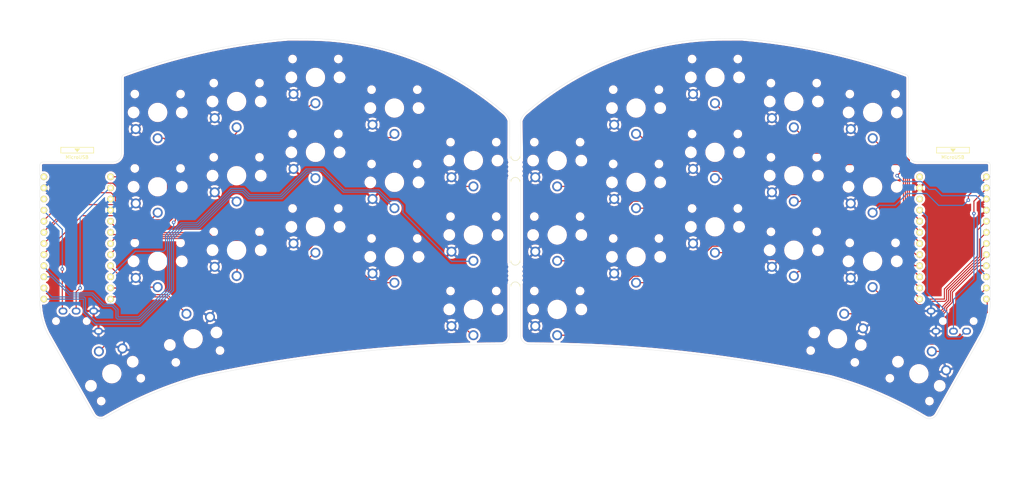
<source format=kicad_pcb>
(kicad_pcb (version 20211014) (generator pcbnew)
  (layers (0 "F.Cu" signal) (31 "B.Cu" signal) (34 "B.Paste" user) (35 "F.Paste" user) (36 "B.SilkS" user "B.Silkscreen") (37 "F.SilkS" user "F.Silkscreen") (38 "B.Mask" user) (39 "F.Mask" user) (44 "Edge.Cuts" user))
  (net 0 "")
  (net 1 "gnd")
  (net 2 "vcc")
  (net 3 "Switch18")
  (net 4 "reset")
  (net 5 "Switch1")
  (net 6 "Switch2")
  (net 7 "Switch3")
  (net 8 "Switch4")
  (net 9 "Switch5")
  (net 10 "Switch6")
  (net 11 "Switch7")
  (net 12 "Switch8")
  (net 13 "Switch9")
  (net 14 "Switch10")
  (net 15 "Switch11")
  (net 16 "Switch12")
  (net 17 "Switch13")
  (net 18 "Switch14")
  (net 19 "Switch15")
  (net 20 "Switch16")
  (net 21 "Switch17")
  (net 22 "raw")
  (net 23 "Switch18_r")
  (net 24 "reset_r")
  (net 25 "Switch9_r")
  (net 26 "Switch10_r")
  (net 27 "Switch11_r")
  (net 28 "Switch12_r")
  (net 29 "Switch13_r")
  (net 30 "Switch14_r")
  (net 31 "Switch15_r")
  (net 32 "Switch16_r")
  (net 33 "Switch17_r")
  (net 34 "Switch1_r")
  (net 35 "Switch2_r")
  (net 36 "Switch3_r")
  (net 37 "Switch4_r")
  (net 38 "Switch5_r")
  (net 39 "Switch6_r")
  (net 40 "Switch7_r")
  (net 41 "Switch8_r")
  (footprint "kbd:ProMicro_v3_min" (layer "F.Cu") (at 230.178 67.564)
    (fp_text reference "U1" hide)
    (fp_text value "ProMicro-kbd" hide)
  )
  (footprint "Kailh:TRRS-PJ-320A" (layer "F.Cu") (at 236.474 86.052 -90)
    (fp_text reference "J2")
    (fp_text value "AudioJack4dpb" hide)
  )
  (footprint "* duckyb-collection:choc-v1-with-millmax" (layer "F.Cu") (at 175.856 64.516)
    (fp_text reference "SW16" hide)
    (fp_text value "SW_Push" hide)
  )
  (footprint "* duckyb-collection:choc-v1-with-millmax" (layer "F.Cu") (at 222.386 98.082 150)
    (fp_text reference "SW20" hide)
    (fp_text value "SW_Push" hide)
  )
  (footprint "* duckyb-collection:choc-v1-with-millmax" (layer "F.Cu") (at 157.856 71.374)
    (fp_text reference "SW15" hide)
    (fp_text value "SW_Push" hide)
  )
  (footprint "* duckyb-collection:choc-v1-with-millmax" (layer "F.Cu") (at 203.826 90.082 165)
    (fp_text reference "SW21" hide)
    (fp_text value "SW_Push" hide)
  )
  (footprint "* duckyb-collection:choc-v1-with-millmax" (layer "F.Cu") (at 193.856 69.85)
    (fp_text reference "SW17" hide)
    (fp_text value "SW_Push" hide)
  )
  (footprint "* duckyb-collection:choc-v1-with-millmax" (layer "F.Cu") (at 211.836 72.39)
    (fp_text reference "SW18" hide)
    (fp_text value "SW_Push" hide)
  )
  (footprint "* duckyb-collection:choc-v1-with-millmax" (layer "F.Cu") (at 175.856 30.382)
    (fp_text reference "SW4" hide)
    (fp_text value "SW_Push" hide)
  )
  (footprint "* duckyb-collection:choc-v1-with-millmax" (layer "F.Cu") (at 157.856 37.382)
    (fp_text reference "SW3" hide)
    (fp_text value "SW_Push" hide)
  )
  (footprint "* duckyb-collection:choc-v1-with-millmax" (layer "F.Cu") (at 157.856 54.356)
    (fp_text reference "SW9" hide)
    (fp_text value "SW_Push" hide)
  )
  (footprint "* duckyb-collection:choc-v1-with-millmax" (layer "F.Cu") (at 139.856 83.382)
    (fp_text reference "SW14" hide)
    (fp_text value "SW_Push" hide)
  )
  (footprint "* duckyb-collection:choc-v1-with-millmax" (layer "F.Cu") (at 211.836 55.372)
    (fp_text reference "SW12" hide)
    (fp_text value "SW_Push" hide)
  )
  (footprint "* duckyb-collection:choc-v1-with-millmax" (layer "F.Cu") (at 193.856 52.832)
    (fp_text reference "SW11" hide)
    (fp_text value "SW_Push" hide)
  )
  (footprint "* duckyb-collection:choc-v1-with-millmax" (layer "F.Cu") (at 139.856 66.382)
    (fp_text reference "SW8" hide)
    (fp_text value "SW_Push" hide)
  )
  (footprint "* duckyb-collection:choc-v1-with-millmax" (layer "F.Cu") (at 211.856 38.382)
    (fp_text reference "SW6" hide)
    (fp_text value "SW_Push" hide)
  )
  (footprint "* duckyb-collection:choc-v1-with-millmax" (layer "F.Cu") (at 193.856 35.882)
    (fp_text reference "SW5" hide)
    (fp_text value "SW_Push" hide)
  )
  (footprint "* duckyb-collection:choc-v1-with-millmax" (layer "F.Cu") (at 139.856 49.382)
    (fp_text reference "SW2" hide)
    (fp_text value "SW_Push" hide)
  )
  (footprint "Duckyb-Parts:mouse-bite-5mm-slot-with-space-for-track" (layer "F.Cu") (at 130.302 51.308)
    (fp_text reference "mouse-bite-2mm-slot" hide)
    (fp_text value "VAL**" hide)
  )
  (footprint "Duckyb-Parts:mouse-bite-5mm-slot-with-space-for-track" (layer "F.Cu") (at 130.302 75.184)
    (fp_text reference "mouse-bite-2mm-slot" hide)
    (fp_text value "VAL**" hide)
  )
  (footprint "* duckyb-collection:choc-v1-with-millmax" (layer "F.Cu") (at 175.856 47.498)
    (fp_text reference "SW10" hide)
    (fp_text value "SW_Push" hide)
  )
  (footprint "kbd:ProMicro_v3_min" (layer "F.Cu") (at 30.326 67.564)
    (fp_text reference "U2" hide)
    (fp_text value "ProMicro-kbd" hide)
  )
  (footprint "Kailh:TRRS-PJ-320A" (layer "F.Cu") (at 23.876 86.052 90)
    (fp_text reference "J1")
    (fp_text value "AudioJack4dpb" hide)
  )
  (footprint "* duckyb-collection:choc-v1-with-millmax" (layer "F.Cu") (at 48.686 72.39)
    (fp_text reference "SW17_r1" hide)
    (fp_text value "SW_Push" hide)
  )
  (footprint "* duckyb-collection:choc-v1-with-millmax" (layer "F.Cu") (at 66.7 52.832)
    (fp_text reference "SW11_r1" hide)
    (fp_text value "SW_Push" hide)
  )
  (footprint "* duckyb-collection:choc-v1-with-millmax" (layer "F.Cu") (at 84.688 64.516)
    (fp_text reference "SW15_r1" hide)
    (fp_text value "SW_Push" hide)
  )
  (footprint "* duckyb-collection:choc-v1-with-millmax" (layer "F.Cu") (at 102.714 71.374)
    (fp_text reference "SW18_r1" hide)
    (fp_text value "SW_Push" hide)
  )
  (footprint "* duckyb-collection:choc-v1-with-millmax" (layer "F.Cu") (at 48.686 38.382)
    (fp_text reference "SW6_r1" hide)
    (fp_text value "SW_Push" hide)
  )
  (footprint "* duckyb-collection:choc-v1-with-millmax" (layer "F.Cu") (at 66.7 35.882)
    (fp_text reference "SW5_r1" hide)
    (fp_text value "SW_Push" hide)
  )
  (footprint "* duckyb-collection:choc-v1-with-millmax" (layer "F.Cu") (at 120.732 49.382)
    (fp_text reference "SW2_r1" hide)
    (fp_text value "SW_Push" hide)
  )
  (footprint "* duckyb-collection:choc-v1-with-millmax" (layer "F.Cu") (at 66.7 69.85)
    (fp_text reference "SW16_r1" hide)
    (fp_text value "SW_Push" hide)
  )
  (footprint "* duckyb-collection:choc-v1-with-millmax" (layer "F.Cu") (at 84.688 30.382)
    (fp_text reference "SW4_r1" hide)
    (fp_text value "SW_Push" hide)
  )
  (footprint "* duckyb-collection:choc-v1-with-millmax" (layer "F.Cu") (at 120.732 83.382)
    (fp_text reference "SW13_r1" hide)
    (fp_text value "SW_Push" hide)
  )
  (footprint "* duckyb-collection:choc-v1-with-millmax" (layer "F.Cu") (at 48.686 55.372)
    (fp_text reference "SW12_r1" hide)
    (fp_text value "SW_Push" hide)
  )
  (footprint "* duckyb-collection:choc-v1-with-millmax" (layer "F.Cu") (at 102.714 37.382)
    (fp_text reference "SW3_r1" hide)
    (fp_text value "SW_Push" hide)
  )
  (footprint "* duckyb-collection:choc-v1-with-millmax" (layer "F.Cu") (at 102.714 54.356)
    (fp_text reference "SW8_r1" hide)
    (fp_text value "SW_Push" hide)
  )
  (footprint "* duckyb-collection:choc-v1-with-millmax" (layer "F.Cu") (at 56.778 90.082 -165)
    (fp_text reference "SW21_r1" hide)
    (fp_text value "SW_Push" hide)
  )
  (footprint "* duckyb-collection:choc-v1-with-millmax" (layer "F.Cu") (at 84.688 47.498)
    (fp_text reference "SW9_r1" hide)
    (fp_text value "SW_Push" hide)
  )
  (footprint "* duckyb-collection:choc-v1-with-millmax" (layer "F.Cu") (at 38.218 98.082 -150)
    (fp_text reference "SW20_r1" hide)
    (fp_text value "SW_Push" hide)
  )
  (footprint "* duckyb-collection:choc-v1-with-millmax" (layer "F.Cu") (at 120.732 66.382)
    (fp_text reference "SW7_r1" hide)
    (fp_text value "SW_Push" hide)
  )
  (gr_line (start 131.5085 77.724) (end 131.506254 89.547024) (layer "Edge.Cuts") (width 0.05))
  (gr_line (start 219.998001 47.763999) (end 219.998045 30.439419) (layer "Edge.Cuts") (width 0.05))
  (gr_arc (start 226.446 107.451265) (mid 225.204995 108.32098) (end 223.714 108.05) (layer "Edge.Cuts") (width 0.05))
  (gr_arc (start 222.033002 49.694917) (mid 220.620534 49.145716) (end 219.998001 47.763999) (layer "Edge.Cuts") (width 0.05))
  (gr_arc (start 182.067777 21.502679) (mid 201.091879 24.375764) (end 219.56329 29.758889) (layer "Edge.Cuts") (width 0.05))
  (gr_arc (start 132.893 38.265) (mid 153.988491 25.788882) (end 178.120389 21.508139) (layer "Edge.Cuts") (width 0.05))
  (gr_arc (start 237.938 49.692) (mid 238.46833 49.91167) (end 238.688 50.442) (layer "Edge.Cuts") (width 0.05))
  (gr_arc (start 131.466055 40.278702) (mid 132.022929 39.160882) (end 132.893 38.265) (layer "Edge.Cuts") (width 0.05))
  (gr_arc (start 133.544 91.383119) (mid 132.156573 90.874102) (end 131.506254 89.547024) (layer "Edge.Cuts") (width 0.05))
  (gr_arc (start 219.56329 29.758889) (mid 219.880079 30.035645) (end 219.998045 30.439419) (layer "Edge.Cuts") (width 0.05))
  (gr_arc (start 202.185134 98.863946) (mid 213.262488 102.723597) (end 223.714 108.05) (layer "Edge.Cuts") (width 0.05))
  (gr_line (start 222.033002 49.694917) (end 237.938 49.692) (layer "Edge.Cuts") (width 0.05))
  (gr_arc (start 133.544 91.383119) (mid 168.064442 93.289554) (end 202.185134 98.863946) (layer "Edge.Cuts") (width 0.05))
  (gr_line (start 238.688 58.42) (end 238.688 66.548) (layer "Edge.Cuts") (width 0.05))
  (gr_line (start 236.953304 88.85815) (end 226.446 107.451265) (layer "Edge.Cuts") (width 0.05))
  (gr_arc (start 238.7 81.534) (mid 238.242913 85.295347) (end 236.953304 88.85815) (layer "Edge.Cuts") (width 0.05))
  (gr_line (start 182.067777 21.502679) (end 178.120389 21.508139) (layer "Edge.Cuts") (width 0.05))
  (gr_line (start 238.688 50.442) (end 238.688 58.42) (layer "Edge.Cuts") (width 0.05))
  (gr_line (start 131.466055 40.278702) (end 131.572 48.768) (layer "Edge.Cuts") (width 0.05))
  (gr_line (start 129.3495 48.768) (end 128.96 48.768) (layer "Edge.Cuts") (width 0.05))
  (gr_line (start 238.688 66.548) (end 238.688 75.438) (layer "Edge.Cuts") (width 0.05))
  (gr_line (start 238.688 75.438) (end 238.7 81.534) (layer "Edge.Cuts") (width 0.05))
  (gr_line (start 129.3495 72.644) (end 128.96 72.644) (layer "Edge.Cuts") (width 0.05))
  (gr_line (start 129.3495 53.848) (end 128.96 53.848) (layer "Edge.Cuts") (width 0.05))
  (gr_line (start 129.3495 77.724) (end 128.96 77.724) (layer "Edge.Cuts") (width 0.05))
  (gr_line (start 131.572 53.848) (end 131.572 72.644) (layer "Edge.Cuts") (width 0.05))
  (gr_line (start 78.412223 21.502679) (end 82.613611 21.508139) (layer "Edge.Cuts") (width 0.05))
  (gr_line (start 21.792 50.442) (end 21.792 58.42) (layer "Edge.Cuts") (width 0.05))
  (gr_line (start 128.96 77.724) (end 128.975507 89.545022) (layer "Edge.Cuts") (width 0.05))
  (gr_arc (start 127.587 38.265) (mid 128.457071 39.160882) (end 129.013945 40.278702) (layer "Edge.Cuts") (width 0.05))
  (gr_arc (start 128.975507 89.545022) (mid 128.324689 90.873432) (end 126.936 91.383119) (layer "Edge.Cuts") (width 0.05))
  (gr_line (start 40.481999 47.763999) (end 40.481955 30.439419) (layer "Edge.Cuts") (width 0.05))
  (gr_line (start 21.792 66.548) (end 21.792 73.914) (layer "Edge.Cuts") (width 0.05))
  (gr_line (start 23.526696 88.85815) (end 34.034 107.451265) (layer "Edge.Cuts") (width 0.05))
  (gr_arc (start 40.481999 47.763999) (mid 39.859467 49.145717) (end 38.446998 49.694917) (layer "Edge.Cuts") (width 0.05))
  (gr_arc (start 40.91671 29.758889) (mid 59.388121 24.375764) (end 78.412223 21.502679) (layer "Edge.Cuts") (width 0.05))
  (gr_arc (start 58.294866 98.863946) (mid 92.415558 93.289555) (end 126.936 91.383119) (layer "Edge.Cuts") (width 0.05))
  (gr_arc (start 23.526696 88.85815) (mid 22.237087 85.295347) (end 21.78 81.534) (layer "Edge.Cuts") (width 0.05))
  (gr_arc (start 21.792 50.442) (mid 22.01167 49.91167) (end 22.542 49.692) (layer "Edge.Cuts") (width 0.05))
  (gr_line (start 38.446998 49.694917) (end 22.542 49.692) (layer "Edge.Cuts") (width 0.05))
  (gr_line (start 21.792 58.42) (end 21.792 66.548) (layer "Edge.Cuts") (width 0.05))
  (gr_arc (start 40.481955 30.439419) (mid 40.599921 30.035645) (end 40.91671 29.758889) (layer "Edge.Cuts") (width 0.05))
  (gr_arc (start 36.766 108.05) (mid 35.275005 108.32098) (end 34.034 107.451265) (layer "Edge.Cuts") (width 0.05))
  (gr_arc (start 82.613611 21.508139) (mid 106.610476 25.833455) (end 127.587 38.265) (layer "Edge.Cuts") (width 0.05))
  (gr_arc (start 36.766 108.05) (mid 47.217512 102.723597) (end 58.294866 98.863946) (layer "Edge.Cuts") (width 0.05))
  (gr_line (start 21.792 73.914) (end 21.78 81.534) (layer "Edge.Cuts") (width 0.05))
  (gr_line (start 128.96 53.848) (end 128.96 72.644) (layer "Edge.Cuts") (width 0.05))
  (gr_line (start 129.013945 40.278702) (end 128.96 48.768) (layer "Edge.Cuts") (width 0.05))
  (gr_line (start 131.572 48.768) (end 131.2545 48.768) (layer "Edge.Cuts") (width 0.05))
  (gr_arc (start 131.254499 72.644) (mid 130.302 73.288873) (end 129.349501 72.643999) (layer "Edge.Cuts") (width 0.05))
  (gr_line (start 131.572 53.848) (end 131.2545 53.848) (layer "Edge.Cuts") (width 0.05))
  (gr_arc (start 129.349501 77.724) (mid 130.302 77.079127) (end 131.254499 77.724001) (layer "Edge.Cuts") (width 0.05))
  (gr_line (start 131.572 72.644) (end 131.2545 72.644) (layer "Edge.Cuts") (width 0.05))
  (gr_arc (start 131.254499 48.768) (mid 130.302 49.412873) (end 129.349501 48.767999) (layer "Edge.Cuts") (width 0.05))
  (gr_line (start 131.5085 77.724) (end 131.2545 77.724) (layer "Edge.Cuts") (width 0.05))
  (gr_arc (start 129.349501 53.848) (mid 130.302 53.203127) (end 131.254499 53.848001) (layer "Edge.Cuts") (width 0.05))
  (segment (start 226.254 88.332) (end 226.274 88.352) (width 0.25) (layer "B.Cu") (net 1))
  (segment (start 226.244 88.322) (end 226.274 88.352) (width 0.25) (layer "B.Cu") (net 1))
  (segment (start 26.924 83.4) (end 27.076 83.552) (width 0.25) (layer "F.Cu") (net 2))
  (segment (start 26.924 74.168) (end 26.924 83.4) (width 0.25) (layer "F.Cu") (net 2))
  (via (at 26.924 74.168) (size 0.8) (drill 0.4) (layers "F.Cu" "B.Cu") (net 2))
  (segment (start 233.254 88.332) (end 233.274 88.352) (width 0.25) (layer "B.Cu") (net 2))
  (segment (start 26.924 65.1126) (end 26.924 74.168) (width 0.25) (layer "B.Cu") (net 2))
  (segment (start 22.5174 60.706) (end 26.924 65.1126) (width 0.25) (layer "B.Cu") (net 2))
  (segment (start 224.282 62.2186) (end 224.282 79.502) (width 0.25) (layer "B.Cu") (net 2))
  (segment (start 229.108 89.662) (end 231.764 89.662) (width 0.25) (layer "B.Cu") (net 2))
  (segment (start 222.7694 60.706) (end 224.282 62.2186) (width 0.25) (layer "B.Cu") (net 2))
  (segment (start 231.764 89.662) (end 233.274 88.152) (width 0.25) (layer "B.Cu") (net 2))
  (segment (start 228.854 84.074) (end 228.854 89.408) (width 0.25) (layer "B.Cu") (net 2))
  (segment (start 228.854 89.408) (end 229.108 89.662) (width 0.25) (layer "B.Cu") (net 2))
  (segment (start 224.282 79.502) (end 228.854 84.074) (width 0.25) (layer "B.Cu") (net 2))
  (segment (start 237.9894 55.626) (end 234.95 58.6654) (width 0.25) (layer "F.Cu") (net 3))
  (segment (start 234.95 58.6654) (end 234.95 61.468) (width 0.25) (layer "F.Cu") (net 3))
  (via (at 234.95 61.468) (size 0.8) (drill 0.4) (layers "F.Cu" "B.Cu") (net 3))
  (segment (start 230.274 81.13) (end 234.95 76.454) (width 0.25) (layer "B.Cu") (net 3))
  (segment (start 230.274 88.152) (end 230.274 81.13) (width 0.25) (layer "B.Cu") (net 3))
  (segment (start 234.95 76.454) (end 234.95 61.468) (width 0.25) (layer "B.Cu") (net 3))
  (segment (start 217.678 50.292) (end 218.41796 51.03196) (width 0.25) (layer "F.Cu") (net 5))
  (segment (start 155.956 44.958) (end 162.814 44.958) (width 0.25) (layer "F.Cu") (net 5))
  (segment (start 205.994 50.292) (end 217.678 50.292) (width 0.25) (layer "F.Cu") (net 5))
  (segment (start 218.41796 51.03196) (end 218.41796 51.83804) (width 0.25) (layer "F.Cu") (net 5))
  (segment (start 199.84001 47.69401) (end 202.946 50.8) (width 0.25) (layer "F.Cu") (net 5))
  (segment (start 167.057719 43.732009) (end 169.641728 41.148) (width 0.25) (layer "F.Cu") (net 5))
  (segment (start 164.03999 43.73201) (end 167.057719 43.732009) (width 0.25) (layer "F.Cu") (net 5))
  (segment (start 162.814 44.958) (end 164.03999 43.73201) (width 0.25) (layer "F.Cu") (net 5))
  (segment (start 183.38518 41.148) (end 188.6032 46.36602) (width 0.25) (layer "F.Cu") (net 5))
  (segment (start 202.946 50.8) (end 205.486 50.8) (width 0.25) (layer "F.Cu") (net 5))
  (segment (start 196.53079 46.36602) (end 197.85878 47.69401) (width 0.25) (layer "F.Cu") (net 5))
  (segment (start 197.85878 47.69401) (end 199.84001 47.69401) (width 0.25) (layer "F.Cu") (net 5))
  (segment (start 188.6032 46.36602) (end 196.53079 46.36602) (width 0.25) (layer "F.Cu") (net 5))
  (segment (start 218.41796 51.83804) (end 217.424 52.832) (width 0.25) (layer "F.Cu") (net 5))
  (segment (start 205.486 50.8) (end 205.994 50.292) (width 0.25) (layer "F.Cu") (net 5))
  (segment (start 169.641728 41.148) (end 183.38518 41.148) (width 0.25) (layer "F.Cu") (net 5))
  (segment (start 139.856 55.282) (end 145.632 55.282) (width 0.25) (layer "F.Cu") (net 5))
  (segment (start 145.632 55.282) (end 155.956 44.958) (width 0.25) (layer "F.Cu") (net 5))
  (via (at 217.424 52.832) (size 0.8) (drill 0.4) (layers "F.Cu" "B.Cu") (net 5))
  (segment (start 237.9894 75.946) (end 236.4697 74.4263) (width 0.25) (layer "B.Cu") (net 5))
  (segment (start 236.4697 58.4243) (end 235.4451 57.3997) (width 0.25) (layer "B.Cu") (net 5))
  (segment (start 236.4697 74.4263) (end 236.4697 58.4243) (width 0.25) (layer "B.Cu") (net 5))
  (segment (start 224.711081 55.958919) (end 222.925163 54.173001) (width 0.25) (layer "B.Cu") (net 5))
  (segment (start 218.765001 54.173001) (end 217.424 52.832) (width 0.25) (layer "B.Cu") (net 5))
  (segment (start 235.4451 57.3997) (end 227.5797 57.3997) (width 0.25) (layer "B.Cu") (net 5))
  (segment (start 227.5797 57.3997) (end 226.138919 55.958919) (width 0.25) (layer "B.Cu") (net 5))
  (segment (start 226.138919 55.958919) (end 224.711081 55.958919) (width 0.25) (layer "B.Cu") (net 5))
  (segment (start 222.925163 54.173001) (end 218.765001 54.173001) (width 0.25) (layer "B.Cu") (net 5))
  (segment (start 203.07441 50.292) (end 205.35759 50.292) (width 0.25) (layer "F.Cu") (net 6))
  (segment (start 205.933189 49.716401) (end 218.243991 49.716401) (width 0.25) (layer "F.Cu") (net 6))
  (segment (start 218.86797 50.34038) (end 218.86797 65.70597) (width 0.25) (layer "F.Cu") (net 6))
  (segment (start 200.026411 47.244001) (end 203.07441 50.292) (width 0.25) (layer "F.Cu") (net 6))
  (segment (start 159.234991 44.172991) (end 162.962599 44.172991) (width 0.25) (layer "F.Cu") (net 6))
  (segment (start 163.853591 43.282001) (end 166.871317 43.282001) (width 0.25) (layer "F.Cu") (net 6))
  (segment (start 157.856 43.282) (end 158.344 43.282) (width 0.25) (layer "F.Cu") (net 6))
  (segment (start 169.513318 40.64) (end 183.51359 40.64) (width 0.25) (layer "F.Cu") (net 6))
  (segment (start 205.35759 50.292) (end 205.933189 49.716401) (width 0.25) (layer "F.Cu") (net 6))
  (segment (start 166.871317 43.282001) (end 169.513318 40.64) (width 0.25) (layer "F.Cu") (net 6))
  (segment (start 162.962599 44.172991) (end 163.853591 43.282001) (width 0.25) (layer "F.Cu") (net 6))
  (segment (start 158.344 43.282) (end 159.234991 44.172991) (width 0.25) (layer "F.Cu") (net 6))
  (segment (start 218.243991 49.716401) (end 218.86797 50.34038) (width 0.25) (layer "F.Cu") (net 6))
  (segment (start 221.234 70.358) (end 221.742 70.866) (width 0.25) (layer "F.Cu") (net 6))
  (segment (start 218.86797 65.70597) (end 221.234 68.072) (width 0.25) (layer "F.Cu") (net 6))
  (segment (start 221.234 68.072) (end 221.234 70.358) (width 0.25) (layer "F.Cu") (net 6))
  (segment (start 221.742 70.866) (end 222.5694 70.866) (width 0.25) (layer "F.Cu") (net 6))
  (segment (start 198.55318 47.244) (end 200.026411 47.244001) (width 0.25) (layer "F.Cu") (net 6))
  (segment (start 198.46359 47.15441) (end 198.55318 47.244) (width 0.25) (layer "F.Cu") (net 6))
  (segment (start 196.71719 45.91601) (end 197.95559 47.15441) (width 0.25) (layer "F.Cu") (net 6))
  (segment (start 183.51359 40.64) (end 188.7896 45.91601) (width 0.25) (layer "F.Cu") (net 6))
  (segment (start 188.7896 45.91601) (end 196.71719 45.91601) (width 0.25) (layer "F.Cu") (net 6))
  (segment (start 197.95559 47.15441) (end 198.46359 47.15441) (width 0.25) (layer "F.Cu") (net 6))
  (segment (start 219.31798 64.87458) (end 222.7694 68.326) (width 0.25) (layer "F.Cu") (net 7))
  (segment (start 188.976 45.466) (end 196.90359 45.466) (width 0.25) (layer "F.Cu") (net 7))
  (segment (start 179.76399 40.18999) (end 183.69999 40.18999) (width 0.25) (layer "F.Cu") (net 7))
  (segment (start 198.1156 46.67801) (end 200.20999 46.67801) (width 0.25) (layer "F.Cu") (net 7))
  (segment (start 218.430392 49.266392) (end 219.31798 50.15398) (width 0.25) (layer "F.Cu") (net 7))
  (segment (start 183.69999 40.18999) (end 188.976 45.466) (width 0.25) (layer "F.Cu") (net 7))
  (segment (start 205.17119 49.84199) (end 205.746788 49.266392) (width 0.25) (layer "F.Cu") (net 7))
  (segment (start 219.31798 50.15398) (end 219.31798 64.87458) (width 0.25) (layer "F.Cu") (net 7))
  (segment (start 196.90359 45.466) (end 198.1156 46.67801) (width 0.25) (layer "F.Cu") (net 7))
  (segment (start 175.856 36.282) (end 179.76399 40.18999) (width 0.25) (layer "F.Cu") (net 7))
  (segment (start 205.746788 49.266392) (end 218.430392 49.266392) (width 0.25) (layer "F.Cu") (net 7))
  (segment (start 203.26081 49.84199) (end 205.17119 49.84199) (width 0.25) (layer "F.Cu") (net 7))
  (segment (start 200.20999 46.67801) (end 200.20999 46.79117) (width 0.25) (layer "F.Cu") (net 7))
  (segment (start 200.20999 46.79117) (end 203.26081 49.84199) (width 0.25) (layer "F.Cu") (net 7))
  (segment (start 193.856 41.782) (end 198.302 46.228) (width 0.25) (layer "F.Cu") (net 8))
  (segment (start 219.76799 49.84199) (end 219.76799 62.78459) (width 0.25) (layer "F.Cu") (net 8))
  (segment (start 203.44721 49.39198) (end 204.98479 49.39198) (width 0.25) (layer "F.Cu") (net 8))
  (segment (start 205.560388 48.816382) (end 218.742382 48.816382) (width 0.25) (layer "F.Cu") (net 8))
  (segment (start 218.742382 48.816382) (end 219.76799 49.84199) (width 0.25) (layer "F.Cu") (net 8))
  (segment (start 200.66 46.49161) (end 200.66 46.60477) (width 0.25) (layer "F.Cu") (net 8))
  (segment (start 200.396391 46.228001) (end 200.66 46.49161) (width 0.25) (layer "F.Cu") (net 8))
  (segment (start 204.98479 49.39198) (end 205.560388 48.816382) (width 0.25) (layer "F.Cu") (net 8))
  (segment (start 219.76799 62.78459) (end 222.7694 65.786) (width 0.25) (layer "F.Cu") (net 8))
  (segment (start 198.302 46.228) (end 200.396391 46.228001) (width 0.25) (layer "F.Cu") (net 8))
  (segment (start 200.66 46.60477) (end 203.44721 49.39198) (width 0.25) (layer "F.Cu") (net 8))
  (segment (start 220.218 49.276) (end 220.218 60.6946) (width 0.25) (layer "F.Cu") (net 9))
  (segment (start 211.856 44.282) (end 215.940372 48.366372) (width 0.25) (layer "F.Cu") (net 9))
  (segment (start 215.940372 48.366372) (end 219.308372 48.366372) (width 0.25) (layer "F.Cu") (net 9))
  (segment (start 220.218 60.6946) (end 222.7694 63.246) (width 0.25) (layer "F.Cu") (net 9))
  (segment (start 219.308372 48.366372) (end 220.218 49.276) (width 0.25) (layer "F.Cu") (net 9))
  (segment (start 189.93401 58.98599) (end 192.659 56.261) (width 0.25) (layer "F.Cu") (net 10))
  (segment (start 220.61002 68.08443) (end 220.61002 72.52802) (width 0.25) (layer "F.Cu") (net 10))
  (segment (start 206.363981 65.139981) (end 217.665571 65.139981) (width 0.25) (layer "F.Cu") (net 10))
  (segment (start 157.226 58.674) (end 159.004 58.674) (width 0.25) (layer "F.Cu") (net 10))
  (segment (start 197.485 56.261) (end 206.363981 65.139981) (width 0.25) (layer "F.Cu") (net 10))
  (segment (start 166.12701 59.80599) (end 174.625 51.308) (width 0.25) (layer "F.Cu") (net 10))
  (segment (start 180.097546 54.621546) (end 180.097546 56.399546) (width 0.25) (layer "F.Cu") (net 10))
  (segment (start 159.004 58.674) (end 160.13599 59.80599) (width 0.25) (layer "F.Cu") (net 10))
  (segment (start 160.13599 59.80599) (end 166.12701 59.80599) (width 0.25) (layer "F.Cu") (net 10))
  (segment (start 176.784 51.308) (end 180.097546 54.621546) (width 0.25) (layer "F.Cu") (net 10))
  (segment (start 174.625 51.308) (end 176.784 51.308) (width 0.25) (layer "F.Cu") (net 10))
  (segment (start 180.097546 56.399546) (end 182.68399 58.98599) (width 0.25) (layer "F.Cu") (net 10))
  (segment (start 143.618 72.282) (end 157.226 58.674) (width 0.25) (layer "F.Cu") (net 10))
  (segment (start 217.665571 65.139981) (end 220.61002 68.08443) (width 0.25) (layer "F.Cu") (net 10))
  (segment (start 192.659 56.261) (end 197.485 56.261) (width 0.25) (layer "F.Cu") (net 10))
  (segment (start 220.61002 72.52802) (end 221.488 73.406) (width 0.25) (layer "F.Cu") (net 10))
  (segment (start 221.488 73.406) (end 222.5694 73.406) (width 0.25) (layer "F.Cu") (net 10))
  (segment (start 139.856 72.282) (end 143.618 72.282) (width 0.25) (layer "F.Cu") (net 10))
  (segment (start 182.68399 58.98599) (end 189.93401 58.98599) (width 0.25) (layer "F.Cu") (net 10))
  (segment (start 197.298802 56.71052) (end 206.178273 65.589991) (width 0.25) (layer "F.Cu") (net 11))
  (segment (start 166.312718 60.256) (end 174.752718 51.816) (width 0.25) (layer "F.Cu") (net 11))
  (segment (start 220.16001 68.27083) (end 220.16001 73.53661) (width 0.25) (layer "F.Cu") (net 11))
  (segment (start 179.648026 56.641616) (end 182.44241 59.436) (width 0.25) (layer "F.Cu") (net 11))
  (segment (start 179.648026 54.807744) (end 179.648026 56.641616) (width 0.25) (layer "F.Cu") (net 11))
  (segment (start 176.656282 51.816) (end 179.648026 54.807744) (width 0.25) (layer "F.Cu") (net 11))
  (segment (start 182.44241 59.436) (end 190.119718 59.436) (width 0.25) (layer "F.Cu") (net 11))
  (segment (start 220.16001 73.53661) (end 222.5694 75.946) (width 0.25) (layer "F.Cu") (net 11))
  (segment (start 206.178273 65.589991) (end 217.479171 65.589991) (width 0.25) (layer "F.Cu") (net 11))
  (segment (start 174.752718 51.816) (end 176.656282 51.816) (width 0.25) (layer "F.Cu") (net 11))
  (segment (start 192.845198 56.71052) (end 197.298802 56.71052) (width 0.25) (layer "F.Cu") (net 11))
  (segment (start 157.856 60.256) (end 166.312718 60.256) (width 0.25) (layer "F.Cu") (net 11))
  (segment (start 190.119718 59.436) (end 192.845198 56.71052) (width 0.25) (layer "F.Cu") (net 11))
  (segment (start 217.479171 65.589991) (end 220.16001 68.27083) (width 0.25) (layer "F.Cu") (net 11))
  (segment (start 205.992564 66.04) (end 217.29277 66.04) (width 0.25) (layer "F.Cu") (net 12))
  (segment (start 175.768 53.398) (end 177.116272 53.398) (width 0.25) (layer "F.Cu") (net 12))
  (segment (start 219.644385 68.639975) (end 219.71 68.70559) (width 0.25) (layer "F.Cu") (net 12))
  (segment (start 219.71 75.6266) (end 222.5694 78.486) (width 0.25) (layer "F.Cu") (net 12))
  (segment (start 193.082619 57.16004) (end 197.112604 57.16004) (width 0.25) (layer "F.Cu") (net 12))
  (segment (start 219.71 68.70559) (end 219.71 75.6266) (width 0.25) (layer "F.Cu") (net 12))
  (segment (start 179.12799 55.409718) (end 179.12799 56.75799) (width 0.25) (layer "F.Cu") (net 12))
  (segment (start 190.169658 60.073001) (end 193.082619 57.16004) (width 0.25) (layer "F.Cu") (net 12))
  (segment (start 179.12799 56.75799) (end 182.443001 60.073001) (width 0.25) (layer "F.Cu") (net 12))
  (segment (start 182.443001 60.073001) (end 190.169658 60.073001) (width 0.25) (layer "F.Cu") (net 12))
  (segment (start 177.116272 53.398) (end 179.12799 55.409718) (width 0.25) (layer "F.Cu") (net 12))
  (segment (start 217.29277 66.04) (end 219.644385 68.391615) (width 0.25) (layer "F.Cu") (net 12))
  (segment (start 197.112604 57.16004) (end 205.992564 66.04) (width 0.25) (layer "F.Cu") (net 12))
  (segment (start 219.644385 68.391615) (end 219.644385 68.639975) (width 0.25) (layer "F.Cu") (net 12))
  (segment (start 217.106572 66.48952) (end 219.194865 68.577813) (width 0.25) (layer "F.Cu") (net 13))
  (segment (start 196.129831 57.841009) (end 197.157855 57.841009) (width 0.25) (layer "F.Cu") (net 13))
  (segment (start 195.23884 58.732) (end 196.129831 57.841009) (width 0.25) (layer "F.Cu") (net 13))
  (segment (start 219.202 68.833308) (end 219.202 77.4586) (width 0.25) (layer "F.Cu") (net 13))
  (segment (start 205.806367 66.48952) (end 217.106572 66.48952) (width 0.25) (layer "F.Cu") (net 13))
  (segment (start 197.157855 57.841009) (end 205.806367 66.48952) (width 0.25) (layer "F.Cu") (net 13))
  (segment (start 219.194865 68.826173) (end 219.202 68.833308) (width 0.25) (layer "F.Cu") (net 13))
  (segment (start 193.802 58.732) (end 195.23884 58.732) (width 0.25) (layer "F.Cu") (net 13))
  (segment (start 219.194865 68.577813) (end 219.194865 68.826173) (width 0.25) (layer "F.Cu") (net 13))
  (segment (start 219.202 77.4586) (end 222.7694 81.026) (width 0.25) (layer "F.Cu") (net 13))
  (segment (start 237.9894 53.086) (end 233.68 57.3954) (width 0.25) (layer "F.Cu") (net 14))
  (segment (start 233.68 57.3954) (end 233.68 58.42) (width 0.25) (layer "F.Cu") (net 14))
  (via (at 233.68 58.42) (size 0.8) (drill 0.4) (layers "F.Cu" "B.Cu") (net 14))
  (segment (start 232.481001 59.618999) (end 233.68 58.42) (width 0.25) (layer "B.Cu") (net 14))
  (segment (start 211.836 61.272) (end 213.489001 59.618999) (width 0.25) (layer "B.Cu") (net 14))
  (segment (start 219.71 56.896) (end 224.170002 56.896) (width 0.25) (layer "B.Cu") (net 14))
  (segment (start 216.987001 59.618999) (end 219.71 56.896) (width 0.25) (layer "B.Cu") (net 14))
  (segment (start 226.893001 59.618999) (end 232.481001 59.618999) (width 0.25) (layer "B.Cu") (net 14))
  (segment (start 224.170002 56.896) (end 226.893001 59.618999) (width 0.25) (layer "B.Cu") (net 14))
  (segment (start 213.489001 59.618999) (end 216.987001 59.618999) (width 0.25) (layer "B.Cu") (net 14))
  (segment (start 215.646 79.502) (end 216.916 80.772) (width 0.25) (layer "F.Cu") (net 15))
  (segment (start 175.109908 68.453) (end 184.912 68.453) (width 0.25) (layer "F.Cu") (net 15))
  (segment (start 143.775453 89.282) (end 157.248964 75.808489) (width 0.25) (layer "F.Cu") (net 15))
  (segment (start 206.70903 78.91397) (end 210.439 75.184) (width 0.25) (layer "F.Cu") (net 15))
  (segment (start 222.25 82.296) (end 223.366176 82.296) (width 0.25) (layer "F.Cu") (net 15))
  (segment (start 166.889546 70.854454) (end 172.708454 70.854454) (width 0.25) (layer "F.Cu") (net 15))
  (segment (start 210.439 75.184) (end 213.741 75.184) (width 0.25) (layer "F.Cu") (net 15))
  (segment (start 220.726 80.772) (end 222.25 82.296) (width 0.25) (layer "F.Cu") (net 15))
  (segment (start 216.916 80.772) (end 220.726 80.772) (width 0.25) (layer "F.Cu") (net 15))
  (segment (start 190.5 73.025) (end 202.05982 73.025) (width 0.25) (layer "F.Cu") (net 15))
  (segment (start 202.05982 73.025) (end 203.14201 74.10719) (width 0.25) (layer "F.Cu") (net 15))
  (segment (start 172.708454 70.854454) (end 175.109908 68.453) (width 0.25) (layer "F.Cu") (net 15))
  (segment (start 203.14201 74.10719) (end 203.14201 77.7916) (width 0.25) (layer "F.Cu") (net 15))
  (segment (start 235.802379 71.124571) (end 235.802379 65.233021) (width 0.25) (layer "F.Cu") (net 15))
  (segment (start 161.935511 75.808489) (end 166.889546 70.854454) (width 0.25) (layer "F.Cu") (net 15))
  (segment (start 139.856 89.282) (end 143.775453 89.282) (width 0.25) (layer "F.Cu") (net 15))
  (segment (start 203.14201 77.7916) (end 204.26438 78.91397) (width 0.25) (layer "F.Cu") (net 15))
  (segment (start 215.646 77.089) (end 215.646 79.502) (width 0.25) (layer "F.Cu") (net 15))
  (segment (start 189.484 72.009) (end 190.5 73.025) (width 0.25) (layer "F.Cu") (net 15))
  (segment (start 235.802379 65.233021) (end 237.7894 63.246) (width 0.25) (layer "F.Cu") (net 15))
  (segment (start 213.741 75.184) (end 215.646 77.089) (width 0.25) (layer "F.Cu") (net 15))
  (segment (start 224.636176 81.026) (end 228.21759 81.026) (width 0.25) (layer "F.Cu") (net 15))
  (segment (start 228.21759 78.70936) (end 235.802379 71.124571) (width 0.25) (layer "F.Cu") (net 15))
  (segment (start 188.468 72.009) (end 189.484 72.009) (width 0.25) (layer "F.Cu") (net 15))
  (segment (start 223.366176 82.296) (end 224.636176 81.026) (width 0.25) (layer "F.Cu") (net 15))
  (segment (start 204.26438 78.91397) (end 206.70903 78.91397) (width 0.25) (layer "F.Cu") (net 15))
  (segment (start 228.21759 81.026) (end 228.21759 78.70936) (width 0.25) (layer "F.Cu") (net 15))
  (segment (start 184.912 68.453) (end 188.468 72.009) (width 0.25) (layer "F.Cu") (net 15))
  (segment (start 157.248964 75.808489) (end 161.935511 75.808489) (width 0.25) (layer "F.Cu") (net 15))
  (segment (start 228.706875 78.856485) (end 229.090067 78.473293) (width 0.25) (layer "F.Cu") (net 16))
  (segment (start 222.108883 82.791293) (end 223.507293 82.791293) (width 0.25) (layer "F.Cu") (net 16))
  (segment (start 188.214 75.565) (end 190.754 75.565) (width 0.25) (layer "F.Cu") (net 16))
  (segment (start 213.554802 75.63352) (end 215.19648 77.275198) (width 0.25) (layer "F.Cu") (net 16))
  (segment (start 223.507293 82.791293) (end 224.764586 81.534) (width 0.25) (layer "F.Cu") (net 16))
  (segment (start 202.496002 77.782002) (end 204.07798 79.36398) (width 0.25) (layer "F.Cu") (net 16))
  (segment (start 229.090067 78.473293) (end 229.109287 78.473293) (width 0.25) (layer "F.Cu") (net 16))
  (segment (start 184.784649 71.375059) (end 184.784649 72.135649) (width 0.25) (layer "F.Cu") (net 16))
  (segment (start 204.07798 79.36398) (end 206.894738 79.36398) (width 0.25) (layer "F.Cu") (net 16))
  (segment (start 215.19648 77.275198) (end 215.19648 79.74125) (width 0.25) (layer "F.Cu") (net 16))
  (segment (start 172.894854 71.304464) (end 175.248829 68.950489) (width 0.25) (layer "F.Cu") (net 16))
  (segment (start 210.625198 75.63352) (end 213.554802 75.63352) (width 0.25) (layer "F.Cu") (net 16))
  (segment (start 229.109287 78.473293) (end 236.252389 71.330191) (width 0.25) (layer "F.Cu") (net 16))
  (segment (start 175.248829 68.950489) (end 182.360079 68.950489) (width 0.25) (layer "F.Cu") (net 16))
  (segment (start 192.84448 73.47452) (end 201.87293 73.47452) (width 0.25) (layer "F.Cu") (net 16))
  (segment (start 216.698615 81.243385) (end 220.560975 81.243385) (width 0.25) (layer "F.Cu") (net 16))
  (segment (start 228.346 81.534) (end 228.706875 81.173125) (width 0.25) (layer "F.Cu") (net 16))
  (segment (start 236.252389 71.330191) (end 236.252389 67.323011) (width 0.25) (layer "F.Cu") (net 16))
  (segment (start 167.075946 71.304464) (end 172.894854 71.304464) (width 0.25) (layer "F.Cu") (net 16))
  (segment (start 224.764586 81.534) (end 228.346 81.534) (width 0.25) (layer "F.Cu") (net 16))
  (segment (start 220.560975 81.243385) (end 222.108883 82.791293) (width 0.25) (layer "F.Cu") (net 16))
  (segment (start 161.10641 77.274) (end 167.075946 71.304464) (width 0.25) (layer "F.Cu") (net 16))
  (segment (start 201.87293 73.47452) (end 202.496002 74.097592) (width 0.25) (layer "F.Cu") (net 16))
  (segment (start 236.252389 67.323011) (end 237.7894 65.786) (width 0.25) (layer "F.Cu") (net 16))
  (segment (start 228.706875 81.173125) (end 228.706875 78.856485) (width 0.25) (layer "F.Cu") (net 16))
  (segment (start 182.360079 68.950489) (end 184.784649 71.375059) (width 0.25) (layer "F.Cu") (net 16))
  (segment (start 215.19648 79.74125) (end 216.698615 81.243385) (width 0.25) (layer "F.Cu") (net 16))
  (segment (start 157.856 77.274) (end 161.10641 77.274) (width 0.25) (layer "F.Cu") (net 16))
  (segment (start 206.894738 79.36398) (end 210.625198 75.63352) (width 0.25) (layer "F.Cu") (net 16))
  (segment (start 190.754 75.565) (end 192.84448 73.47452) (width 0.25) (layer "F.Cu") (net 16))
  (segment (start 202.496002 74.480002) (end 202.496002 77.782002) (width 0.25) (layer "F.Cu") (net 16))
  (segment (start 184.784649 72.135649) (end 188.214 75.565) (width 0.25) (layer "F.Cu") (net 16))
  (segment (start 202.496002 74.097592) (end 202.496002 74.480002) (width 0.25) (layer "F.Cu") (net 16))
  (segment (start 237.7894 68.326) (end 236.702399 69.413001) (width 0.25) (layer "F.Cu") (net 17))
  (segment (start 227.83121 82.6852) (end 227.83121 83.31597) (width 0.25) (layer "F.Cu") (net 17))
  (segment (start 236.702399 71.516591) (end 229.176105 79.042885) (width 0.25) (layer "F.Cu") (net 17))
  (segment (start 236.702399 69.413001) (end 236.702399 71.516591) (width 0.25) (layer "F.Cu") (net 17))
  (segment (start 229.156885 79.042885) (end 229.156884 81.359526) (width 0.25) (layer "F.Cu") (net 17))
  (segment (start 229.156884 81.359526) (end 227.83121 82.6852) (width 0.25) (layer "F.Cu") (net 17))
  (segment (start 229.176105 79.042885) (end 229.156885 79.042885) (width 0.25) (layer "F.Cu") (net 17))
  (segment (start 227.83121 83.31597) (end 225.67759 85.46959) (width 0.25) (layer "F.Cu") (net 17))
  (segment (start 203.76599 79.81399) (end 202.045992 78.093992) (width 0.25) (layer "F.Cu") (net 17))
  (segment (start 193.030678 73.92404) (end 190.940197 76.01452) (width 0.25) (layer "F.Cu") (net 17))
  (segment (start 225.044 86.10318) (end 219.96682 86.10318) (width 0.25) (layer "F.Cu") (net 17))
  (segment (start 201.686732 73.92404) (end 193.030678 73.92404) (width 0.25) (layer "F.Cu") (net 17))
  (segment (start 190.940197 76.01452) (end 187.909018 76.01452) (width 0.25) (layer "F.Cu") (net 17))
  (segment (start 215.58801 80.76919) (end 214.74696 79.92814) (width 0.25) (layer "F.Cu") (net 17))
  (segment (start 202.045992 74.2833) (end 201.686732 73.92404) (width 0.25) (layer "F.Cu") (net 17))
  (segment (start 187.909018 76.01452) (end 184.33464 72.440142) (width 0.25) (layer "F.Cu") (net 17))
  (segment (start 184.334639 71.812639) (end 182.938 70.416) (width 0.25) (layer "F.Cu") (net 17))
  (segment (start 215.58801 85.02919) (end 215.58801 80.76919) (width 0.25) (layer "F.Cu") (net 17))
  (segment (start 210.811396 76.08304) (end 207.080446 79.81399) (width 0.25) (layer "F.Cu") (net 17))
  (segment (start 214.74696 79.92814) (end 214.74696 77.461396) (width 0.25) (layer "F.Cu") (net 17))
  (segment (start 207.080446 79.81399) (end 203.76599 79.81399) (width 0.25) (layer "F.Cu") (net 17))
  (segment (start 184.33464 72.440142) (end 184.334639 71.812639) (width 0.25) (layer "F.Cu") (net 17))
  (segment (start 202.045992 78.093992) (end 202.045992 74.2833) (width 0.25) (layer "F.Cu") (net 17))
  (segment (start 219.71 86.36) (end 216.91882 86.36) (width 0.25) (layer "F.Cu") (net 17))
  (segment (start 216.91882 86.36) (end 215.58801 85.02919) (width 0.25) (layer "F.Cu") (net 17))
  (segment (start 225.67759 85.46959) (end 225.044 86.10318) (width 0.25) (layer "F.Cu") (net 17))
  (segment (start 213.368604 76.08304) (end 210.811396 76.08304) (width 0.25) (layer "F.Cu") (net 17))
  (segment (start 219.96682 86.10318) (end 219.71 86.36) (width 0.25) (layer "F.Cu") (net 17))
  (segment (start 214.74696 77.461396) (end 213.368604 76.08304) (width 0.25) (layer "F.Cu") (net 17))
  (segment (start 182.938 70.416) (end 175.768 70.416) (width 0.25) (layer "F.Cu") (net 17))
  (segment (start 229.606893 81.545927) (end 229.606893 81.289107) (width 0.25) (layer "F.Cu") (net 18))
  (segment (start 229.606893 81.289107) (end 229.606895 81.289105) (width 0.25) (layer "F.Cu") (net 18))
  (segment (start 229.606895 79.248505) (end 229.606895 81.289105) (width 0.25) (layer "F.Cu") (net 18))
  (segment (start 229.606895 79.248505) (end 229.606893 81.545927) (width 0.25) (layer "F.Cu") (net 18))
  (segment (start 237.9894 70.866) (end 229.606895 79.248505) (width 0.25) (layer "F.Cu") (net 18))
  (segment (start 225.2304 86.55319) (end 228.28122 83.50237) (width 0.25) (layer "F.Cu") (net 18))
  (segment (start 215.138 85.21559) (end 216.79041 86.868) (width 0.25) (layer "F.Cu") (net 18))
  (segment (start 201.480001 78.173999) (end 203.570002 80.264) (width 0.25) (layer "F.Cu") (net 18))
  (segment (start 220.27881 86.55319) (end 225.2304 86.55319) (width 0.25) (layer "F.Cu") (net 18))
  (segment (start 194.817999 74.734001) (end 201.480001 74.734001) (width 0.25) (layer "F.Cu") (net 18))
  (segment (start 203.570002 80.264) (end 207.266153 80.264) (width 0.25) (layer "F.Cu") (net 18))
  (segment (start 216.79041 86.868) (end 219.964 86.868) (width 0.25) (layer "F.Cu") (net 18))
  (segment (start 213.182406 76.53256) (end 214.249 77.599154) (width 0.25) (layer "F.Cu") (net 18))
  (segment (start 193.802 75.75) (end 194.817999 74.734001) (width 0.25) (layer "F.Cu") (net 18))
  (segment (start 207.266153 80.264) (end 210.997594 76.53256) (width 0.25) (layer "F.Cu") (net 18))
  (segment (start 214.249 80.06659) (end 215.138 80.95559) (width 0.25) (layer "F.Cu") (net 18))
  (segment (start 214.249 77.599154) (end 214.249 80.06659) (width 0.25) (layer "F.Cu") (net 18))
  (segment (start 201.480001 74.734001) (end 201.480001 78.173999) (width 0.25) (layer "F.Cu") (net 18))
  (segment (start 210.997594 76.53256) (end 213.182406 76.53256) (width 0.25) (layer "F.Cu") (net 18))
  (segment (start 215.138 80.95559) (end 215.138 85.21559) (width 0.25) (layer "F.Cu") (net 18))
  (segment (start 219.964 86.868) (end 220.27881 86.55319) (width 0.25) (layer "F.Cu") (net 18))
  (segment (start 228.28122 82.8716) (end 229.606893 81.545927) (width 0.25) (layer "F.Cu") (net 18))
  (segment (start 228.28122 83.50237) (end 228.28122 82.8716) (width 0.25) (layer "F.Cu") (net 18))
  (segment (start 237.9894 73.406) (end 236.08581 73.406) (width 0.25) (layer "F.Cu") (net 19))
  (segment (start 236.08581 73.406) (end 233.104905 76.386905) (width 0.25) (layer "F.Cu") (net 19))
  (segment (start 228.73123 83.058) (end 228.73123 83.69723) (width 0.25) (layer "F.Cu") (net 19))
  (segment (start 233.104905 76.386905) (end 230.056905 79.434905) (width 0.25) (layer "F.Cu") (net 19))
  (segment (start 228.73123 83.69723) (end 225.94146 86.487) (width 0.25) (layer "F.Cu") (net 19))
  (segment (start 230.056902 81.732328) (end 228.73123 83.058) (width 0.25) (layer "F.Cu") (net 19))
  (segment (start 220.09241 87.376) (end 216.662 87.376) (width 0.25) (layer "F.Cu") (net 19))
  (segment (start 216.662 87.376) (end 214.68848 85.40248) (width 0.25) (layer "F.Cu") (net 19))
  (segment (start 214.68848 85.40248) (end 214.68848 81.14248) (width 0.25) (layer "F.Cu") (net 19))
  (segment (start 230.056905 81.601095) (end 230.056902 81.732328) (width 0.25) (layer "F.Cu") (net 19))
  (segment (start 225.94146 86.487) (end 225.933 86.487) (width 0.25) (layer "F.Cu") (net 19))
  (segment (start 220.465211 87.003199) (end 220.09241 87.376) (width 0.25) (layer "F.Cu") (net 19))
  (segment (start 230.056905 79.434905) (end 230.056905 81.601095) (width 0.25) (layer "F.Cu") (net 19))
  (segment (start 225.933 86.487) (end 225.416801 87.003199) (width 0.25) (layer "F.Cu") (net 19))
  (segment (start 214.68848 81.14248) (end 211.836 78.29) (width 0.25) (layer "F.Cu") (net 19))
  (segment (start 225.416801 87.003199) (end 220.465211 87.003199) (width 0.25) (layer "F.Cu") (net 19))
  (segment (start 237.7894 78.486) (end 235.966 80.3094) (width 0.25) (layer "F.Cu") (net 20))
  (segment (start 235.966 80.3094) (end 235.966 85.598) (width 0.25) (layer "F.Cu") (net 20))
  (segment (start 226.187 91.313) (end 228.662795 93.788795) (width 0.25) (layer "F.Cu") (net 20))
  (segment (start 228.662795 93.788795) (end 230.186795 93.788795) (width 0.25) (layer "F.Cu") (net 20))
  (segment (start 221.234 87.884) (end 224.663 91.313) (width 0.25) (layer "F.Cu") (net 20))
  (segment (start 230.186795 93.788795) (end 235.966 88.00959) (width 0.25) (layer "F.Cu") (net 20))
  (segment (start 216.408 87.884) (end 221.234 87.884) (width 0.25) (layer "F.Cu") (net 20))
  (segment (start 212.907038 84.383038) (end 216.408 87.884) (width 0.25) (layer "F.Cu") (net 20))
  (segment (start 205.353032 84.383038) (end 212.907038 84.383038) (width 0.25) (layer "F.Cu") (net 20))
  (segment (start 235.966 88.00959) (end 235.966 85.598) (width 0.25) (layer "F.Cu") (net 20))
  (segment (start 224.663 91.313) (end 226.187 91.313) (width 0.25) (layer "F.Cu") (net 20))
  (segment (start 228.520549 94.313451) (end 230.298549 94.313451) (width 0.25) (layer "F.Cu") (net 21))
  (segment (start 237.9894 84.0826) (end 237.9894 81.026) (width 0.25) (layer "F.Cu") (net 21))
  (segment (start 236.474 85.598) (end 237.9894 84.0826) (width 0.25) (layer "F.Cu") (net 21))
  (segment (start 225.336 92.97245) (end 227.08445 92.97245) (width 0.25) (layer "F.Cu") (net 21))
  (segment (start 228.425451 94.313451) (end 228.520549 94.313451) (width 0.25) (layer "F.Cu") (net 21))
  (segment (start 236.474 88.138) (end 236.474 85.598) (width 0.25) (layer "F.Cu") (net 21))
  (segment (start 227.08445 92.97245) (end 228.425451 94.313451) (width 0.25) (layer "F.Cu") (net 21))
  (segment (start 230.298549 94.313451) (end 236.474 88.138) (width 0.25) (layer "F.Cu") (net 21))
  (segment (start 30.076 83.552) (end 30.076 79.398) (width 0.25) (layer "F.Cu") (net 23))
  (segment (start 30.076 79.398) (end 30.988 78.486) (width 0.25) (layer "F.Cu") (net 23))
  (via (at 30.988 78.486) (size 0.8) (drill 0.4) (layers "F.Cu" "B.Cu") (net 23))
  (segment (start 30.988 62.3754) (end 30.988 78.486) (width 0.25) (layer "B.Cu") (net 23))
  (segment (start 37.7374 55.626) (end 30.988 62.3754) (width 0.25) (layer "B.Cu") (net 23))
  (segment (start 54.545018 64.96552) (end 58.097479 64.96552) (width 0.25) (layer "B.Cu") (net 25))
  (segment (start 31.75 84.06439) (end 34.462611 86.777001) (width 0.25) (layer "B.Cu") (net 25))
  (segment (start 52.278362 79.039638) (end 52.278362 67.232176) (width 0.25) (layer "B.Cu") (net 25))
  (segment (start 44.540999 86.777001) (end 52.278362 79.039638) (width 0.25) (layer "B.Cu") (net 25))
  (segment (start 22.5174 81.026) (end 31.75 81.026) (width 0.25) (layer "B.Cu") (net 25))
  (segment (start 65.151 57.912) (end 65.882 57.912) (width 0.25) (layer "B.Cu") (net 25))
  (segment (start 58.097479 64.96552) (end 65.151 57.912) (width 0.25) (layer "B.Cu") (net 25))
  (segment (start 65.882 57.912) (end 66.702 58.732) (width 0.25) (layer "B.Cu") (net 25))
  (segment (start 52.278362 67.232176) (end 54.545018 64.96552) (width 0.25) (layer "B.Cu") (net 25))
  (segment (start 34.462611 86.777001) (end 44.540999 86.777001) (width 0.25) (layer "B.Cu") (net 25))
  (segment (start 31.75 81.026) (end 31.75 84.06439) (width 0.25) (layer "B.Cu") (net 25))
  (segment (start 47.57608 62.46392) (end 48.768 61.272) (width 0.25) (layer "F.Cu") (net 26))
  (segment (start 44.303638 62.46392) (end 47.57608 62.46392) (width 0.25) (layer "F.Cu") (net 26))
  (segment (start 40.07352 57.462895) (end 40.07352 58.233802) (width 0.25) (layer "F.Cu") (net 26))
  (segment (start 37.9374 53.086) (end 39.37 53.086) (width 0.25) (layer "F.Cu") (net 26))
  (segment (start 39.37 53.086) (end 39.819659 53.535659) (width 0.25) (layer "F.Cu") (net 26))
  (segment (start 40.07352 58.233802) (end 44.303638 62.46392) (width 0.25) (layer "F.Cu") (net 26))
  (segment (start 39.819659 57.209033) (end 40.07352 57.462895) (width 0.25) (layer "F.Cu") (net 26))
  (segment (start 39.819659 53.535659) (end 39.819659 57.209033) (width 0.25) (layer "F.Cu") (net 26))
  (segment (start 72.415745 66.724301) (end 72.823123 66.724303) (width 0.25) (layer "F.Cu") (net 27))
  (segment (start 71.804301 66.724301) (end 72.415745 66.724301) (width 0.25) (layer "F.Cu") (net 27))
  (segment (start 72.415745 66.724301) (end 72.419047 66.720999) (width 0.25) (layer "F.Cu") (net 27))
  (segment (start 61.136301 66.724301) (end 71.804301 66.724301) (width 0.25) (layer "F.Cu") (net 27))
  (segment (start 37.7374 63.246) (end 40.3317 65.8403) (width 0.25) (layer "F.Cu") (net 27))
  (segment (start 60.2523 65.8403) (end 61.136301 66.724301) (width 0.25) (layer "F.Cu") (net 27))
  (segment (start 40.3317 65.8403) (end 60.2523 65.8403) (width 0.25) (layer "F.Cu") (net 27))
  (segment (start 87.884 70.358) (end 85.598 68.072) (width 0.25) (layer "F.Cu") (net 27))
  (segment (start 116.814833 82.016833) (end 116.103167 81.305167) (width 0.25) (layer "F.Cu") (net 27))
  (segment (start 116.103167 81.305167) (end 116.103167 81.254833) (width 0.25) (layer "F.Cu") (net 27))
  (segment (start 90.80641 70.358) (end 87.884 70.358) (width 0.25) (layer "F.Cu") (net 27))
  (segment (start 100.965169 76.82399) (end 97.281308 76.82399) (width 0.25) (layer "F.Cu") (net 27))
  (segment (start 116.103167 81.254833) (end 114.579167 81.254833) (width 0.25) (layer "F.Cu") (net 27))
  (segment (start 114.579167 81.254833) (end 112.318334 78.994) (width 0.25) (layer "F.Cu") (net 27))
  (segment (start 85.598 68.072) (end 84.074 68.072) (width 0.25) (layer "F.Cu") (net 27))
  (segment (start 102.097159 75.692) (end 100.965169 76.82399) (width 0.25) (layer "F.Cu") (net 27))
  (segment (start 81.534 70.612) (end 76.71082 70.612) (width 0.25) (layer "F.Cu") (net 27))
  (segment (start 116.814833 85.630833) (end 116.814833 82.016833) (width 0.25) (layer "F.Cu") (net 27))
  (segment (start 91.127659 70.670341) (end 91.118751 70.670341) (width 0.25) (layer "F.Cu") (net 27))
  (segment (start 84.074 68.072) (end 81.534 70.612) (width 0.25) (layer "F.Cu") (net 27))
  (segment (start 112.318334 78.994) (end 108.204 78.994) (width 0.25) (layer "F.Cu") (net 27))
  (segment (start 108.204 78.994) (end 104.902 75.692) (width 0.25) (layer "F.Cu") (net 27))
  (segment (start 120.65 89.466) (end 116.814833 85.630833) (width 0.25) (layer "F.Cu") (net 27))
  (segment (start 76.71082 70.612) (end 72.823121 66.724301) (width 0.25) (layer "F.Cu") (net 27))
  (segment (start 72.823121 66.724301) (end 71.804301 66.724301) (width 0.25) (layer "F.Cu") (net 27))
  (segment (start 97.281308 76.82399) (end 91.127659 70.670341) (width 0.25) (layer "F.Cu") (net 27))
  (segment (start 104.902 75.692) (end 102.097159 75.692) (width 0.25) (layer "F.Cu") (net 27))
  (segment (start 91.118751 70.670341) (end 90.80641 70.358) (width 0.25) (layer "F.Cu") (net 27))
  (segment (start 38.24171 66.29031) (end 60.0659 66.29031) (width 0.25) (layer "F.Cu") (net 28))
  (segment (start 97.086 77.274) (end 102.616 77.274) (width 0.25) (layer "F.Cu") (net 28))
  (segment (start 87.75559 70.866) (end 90.678 70.866) (width 0.25) (layer "F.Cu") (net 28))
  (segment (start 84.328 68.58) (end 85.46959 68.58) (width 0.25) (layer "F.Cu") (net 28))
  (segment (start 72.636722 67.174312) (end 76.58241 71.12) (width 0.25) (layer "F.Cu") (net 28))
  (segment (start 37.7374 65.786) (end 38.24171 66.29031) (width 0.25) (layer "F.Cu") (net 28))
  (segment (start 60.841689 67.174311) (end 72.636722 67.174312) (width 0.25) (layer "F.Cu") (net 28))
  (segment (start 85.46959 68.58) (end 87.75559 70.866) (width 0.25) (layer "F.Cu") (net 28))
  (segment (start 76.58241 71.12) (end 81.788 71.12) (width 0.25) (layer "F.Cu") (net 28))
  (segment (start 60.0659 66.29031) (end 60.841689 67.066099) (width 0.25) (layer "F.Cu") (net 28))
  (segment (start 90.678 70.866) (end 97.086 77.274) (width 0.25) (layer "F.Cu") (net 28))
  (segment (start 81.788 71.12) (end 84.328 68.58) (width 0.25) (layer "F.Cu") (net 28))
  (segment (start 60.841689 67.066099) (end 60.841689 67.174311) (width 0.25) (layer "F.Cu") (net 28))
  (segment (start 39.32308 66.74032) (end 59.771288 66.74032) (width 0.25) (layer "F.Cu") (net 29))
  (segment (start 72.450321 67.624321) (end 76.454 71.628) (width 0.25) (layer "F.Cu") (net 29))
  (segment (start 59.771288 66.74032) (end 60.645679 67.614711) (width 0.25) (layer "F.Cu") (net 29))
  (segment (start 60.645679 67.624321) (end 72.450321 67.624321) (width 0.25) (layer "F.Cu") (net 29))
  (segment (start 83.27 71.628) (end 84.736 70.162) (width 0.25) (layer "F.Cu") (net 29))
  (segment (start 60.645679 67.614711) (end 60.645679 67.624321) (width 0.25) (layer "F.Cu") (net 29))
  (segment (start 76.454 71.628) (end 83.27 71.628) (width 0.25) (layer "F.Cu") (net 29))
  (segment (start 37.7374 68.326) (end 39.32308 66.74032) (width 0.25) (layer "F.Cu") (net 29))
  (segment (start 39.37 68.326) (end 40.50567 67.19033) (width 0.25) (layer "F.Cu") (net 30))
  (segment (start 60.459279 68.074331) (end 63.756331 68.074331) (width 0.25) (layer "F.Cu") (net 30))
  (segment (start 37.7374 70.866) (end 39.37 69.2334) (width 0.25) (layer "F.Cu") (net 30))
  (segment (start 63.756331 68.074331) (end 64.160167 68.478167) (width 0.25) (layer "F.Cu") (net 30))
  (segment (start 39.37 69.2334) (end 39.37 68.326) (width 0.25) (layer "F.Cu") (net 30))
  (segment (start 40.50567 67.19033) (end 59.584888 67.19033) (width 0.25) (layer "F.Cu") (net 30))
  (segment (start 64.160167 71.221833) (end 66.802 73.863666) (width 0.25) (layer "F.Cu") (net 30))
  (segment (start 66.802 73.863666) (end 66.802 76.004) (width 0.25) (layer "F.Cu") (net 30))
  (segment (start 59.584888 67.19033) (end 59.584888 67.19994) (width 0.25) (layer "F.Cu") (net 30))
  (segment (start 59.584888 67.19994) (end 60.459279 68.074331) (width 0.25) (layer "F.Cu") (net 30))
  (segment (start 64.160167 68.478167) (end 64.160167 71.221833) (width 0.25) (layer "F.Cu") (net 30))
  (segment (start 37.7374 73.406) (end 42.6214 78.29) (width 0.25) (layer "F.Cu") (net 31))
  (segment (start 42.6214 78.29) (end 48.686 78.29) (width 0.25) (layer "F.Cu") (net 31))
  (segment (start 40.64 80.01) (end 50.87793 80.01) (width 0.25) (layer "F.Cu") (net 32))
  (segment (start 50.87793 80.01) (end 51.38593 80.518) (width 0.25) (layer "F.Cu") (net 32))
  (segment (start 39.116 78.486) (end 40.64 80.01) (width 0.25) (layer "F.Cu") (net 32))
  (segment (start 37.7374 78.486) (end 39.116 78.486) (width 0.25) (layer "F.Cu") (net 32))
  (segment (start 51.38593 80.518) (end 55.250968 84.383038) (width 0.25) (layer "F.Cu") (net 32))
  (segment (start 53.086 82.85448) (end 50.74952 80.518) (width 0.25) (layer "F.Cu") (net 33))
  (segment (start 37.68945 90.551) (end 47.371 90.551) (width 0.25) (layer "F.Cu") (net 33))
  (segment (start 35.268 92.97245) (end 37.68945 90.551) (width 0.25) (layer "F.Cu") (net 33))
  (segment (start 38.2454 80.518) (end 37.7374 81.026) (width 0.25) (layer "F.Cu") (net 33))
  (segment (start 47.371 90.551) (end 53.086 84.836) (width 0.25) (layer "F.Cu") (net 33))
  (segment (start 50.74952 80.518) (end 38.2454 80.518) (width 0.25) (layer "F.Cu") (net 33))
  (segment (start 53.086 84.836) (end 53.086 82.85448) (width 0.25) (layer "F.Cu") (net 33))
  (segment (start 52.71602 44.81998) (end 52.71602 63.10798) (width 0.25) (layer "F.Cu") (net 34))
  (segment (start 96.97001 43.37601) (end 92.14401 43.37601) (width 0.25) (layer "F.Cu") (net 34))
  (segment (start 67.52555 44.86945) (end 59.98104 44.86945) (width 0.25) (layer "F.Cu") (net 34))
  (segment (start 52.71602 63.10798) (end 52.324 63.5) (width 0.25) (layer "F.Cu") (net 34))
  (segment (start 73.665934 38.729066) (end 67.52555 44.86945) (width 0.25) (layer "F.Cu") (net 34))
  (segment (start 106.168964 52.574964) (end 96.97001 43.37601) (width 0.25) (layer "F.Cu") (net 34))
  (segment (start 87.497066 38.729066) (end 73.665934 38.729066) (width 0.25) (layer "F.Cu") (net 34))
  (segment (start 59.98104 44.86945) (end 58.54559 43.434) (width 0.25) (layer "F.Cu") (net 34))
  (segment (start 120.732 55.282) (end 112.686 55.282) (width 0.25) (layer "F.Cu") (net 34))
  (segment (start 112.686 55.282) (end 109.978964 52.574964) (width 0.25) (layer "F.Cu") (net 34))
  (segment (start 58.54559 43.434) (end 54.102 43.434) (width 0.25) (layer "F.Cu") (net 34))
  (segment (start 109.978964 52.574964) (end 106.168964 52.574964) (width 0.25) (layer "F.Cu") (net 34))
  (segment (start 54.102 43.434) (end 52.71602 44.81998) (width 0.25) (layer "F.Cu") (net 34))
  (segment (start 92.14401 43.37601) (end 87.497066 38.729066) (width 0.25) (layer "F.Cu") (net 34))
  (via (at 52.324 63.5) (size 0.8) (drill 0.4) (layers "F.Cu" "B.Cu") (net 34))
  (segment (start 50.478324 69.663676) (end 50.478324 66.361676) (width 0.25) (layer "B.Cu") (net 34))
  (segment (start 43.688 70.104) (end 50.038 70.104) (width 0.25) (layer "B.Cu") (net 34))
  (segment (start 50.038 70.104) (end 50.478324 69.663676) (width 0.25) (layer "B.Cu") (net 34))
  (segment (start 52.324 64.516) (end 52.324 63.5) (width 0.25) (layer "B.Cu") (net 34))
  (segment (start 41.6017 72.0817) (end 37.7374 75.946) (width 0.25) (layer "B.Cu") (net 34))
  (segment (start 50.478324 66.361676) (end 52.324 64.516) (width 0.25) (layer "B.Cu") (net 34))
  (segment (start 43.5794 70.104) (end 41.6017 72.0817) (width 0.25) (layer "B.Cu") (net 34))
  (segment (start 43.688 70.104) (end 43.5794 70.104) (width 0.25) (layer "B.Cu") (net 34))
  (segment (start 22.5174 70.866) (end 31.4074 61.976) (width 0.25) (layer "F.Cu") (net 35))
  (segment (start 52.26601 44.51081) (end 53.85082 42.926) (width 0.25) (layer "F.Cu") (net 35))
  (segment (start 50.419 64.262) (end 52.26601 62.41499) (width 0.25) (layer "F.Cu") (net 35))
  (segment (start 53.85082 42.926) (end 58.674 42.926) (width 0.25) (layer "F.Cu") (net 35))
  (segment (start 52.26601 62.41499) (end 52.26601 44.51081) (width 0.25) (layer "F.Cu") (net 35))
  (segment (start 101.877699 44.118301) (end 102.714 43.282) (width 0.25) (layer "F.Cu") (net 35))
  (segment (start 58.674 42.926) (end 60.167442 44.419442) (width 0.25) (layer "F.Cu") (net 35))
  (segment (start 43.307 64.262) (end 50.419 64.262) (width 0.25) (layer "F.Cu") (net 35))
  (segment (start 31.4074 61.976) (end 41.021 61.976) (width 0.25) (layer "F.Cu") (net 35))
  (segment (start 73.479736 38.279546) (end 87.809546 38.279546) (width 0.25) (layer "F.Cu") (net 35))
  (segment (start 60.167442 44.419442) (end 67.33984 44.419442) (width 0.25) (layer "F.Cu") (net 35))
  (segment (start 98.474301 44.118301) (end 101.877699 44.118301) (width 0.25) (layer "F.Cu") (net 35))
  (segment (start 92.456 42.926) (end 97.282 42.926) (width 0.25) (layer "F.Cu") (net 35))
  (segment (start 87.809546 38.279546) (end 92.456 42.926) (width 0.25) (layer "F.Cu") (net 35))
  (segment (start 41.021 61.976) (end 43.307 64.262) (width 0.25) (layer "F.Cu") (net 35))
  (segment (start 97.282 42.926) (end 98.474301 44.118301) (width 0.25) (layer "F.Cu") (net 35))
  (segment (start 67.33984 44.419442) (end 73.479736 38.279546) (width 0.25) (layer "F.Cu") (net 35))
  (segment (start 50.165 63.81248) (end 51.816 62.16148) (width 0.25) (layer "F.Cu") (net 36))
  (segment (start 73.294028 37.829536) (end 82.439464 37.829536) (width 0.25) (layer "F.Cu") (net 36))
  (segment (start 24.149905 66.893495) (end 24.149905 64.789905) (width 0.25) (layer "F.Cu") (net 36))
  (segment (start 82.439464 37.829536) (end 83.987 36.282) (width 0.25) (layer "F.Cu") (net 36))
  (segment (start 39.243 59.436) (end 43.61948 63.81248) (width 0.25) (layer "F.Cu") (net 36))
  (segment (start 51.816 62.16148) (end 51.816 44.32441) (width 0.25) (layer "F.Cu") (net 36))
  (segment (start 60.353842 43.969432) (end 67.154132 43.969432) (width 0.25) (layer "F.Cu") (net 36))
  (segment (start 53.66442 42.47599) (end 58.8604 42.47599) (width 0.25) (layer "F.Cu") (net 36))
  (segment (start 29.50381 59.436) (end 39.243 59.436) (width 0.25) (layer "F.Cu") (net 36))
  (segment (start 24.149905 64.789905) (end 29.50381 59.436) (width 0.25) (layer "F.Cu") (net 36))
  (segment (start 83.987 36.282) (end 84.688 36.282) (width 0.25) (layer "F.Cu") (net 36))
  (segment (start 43.61948 63.81248) (end 50.165 63.81248) (width 0.25) (layer "F.Cu") (net 36))
  (segment (start 67.154132 43.969432) (end 73.294028 37.829536) (width 0.25) (layer "F.Cu") (net 36))
  (segment (start 51.816 44.32441) (end 53.66442 42.47599) (width 0.25) (layer "F.Cu") (net 36))
  (segment (start 22.7174 68.326) (end 24.149905 66.893495) (width 0.25) (layer "F.Cu") (net 36))
  (segment (start 58.8604 42.47599) (end 60.353842 43.969432) (width 0.25) (layer "F.Cu") (net 36))
  (segment (start 60.540244 43.519424) (end 59.0468 42.02598) (width 0.25) (layer "F.Cu") (net 37))
  (segment (start 51.365991 44.138009) (end 51.36599 46.67801) (width 0.25) (layer "F.Cu") (net 37))
  (segment (start 66.7 43.028) (end 66.208576 43.519424) (width 0.25) (layer "F.Cu") (net 37))
  (segment (start 39.023911 58.581193) (end 39.023911 57.715951) (width 0.25) (layer "F.Cu") (net 37))
  (segment (start 43.805678 63.36296) (end 39.023911 58.581193) (width 0.25) (layer "F.Cu") (net 37))
  (segment (start 38.020961 56.713001) (end 31.590399 56.713001) (width 0.25) (layer "F.Cu") (net 37))
  (segment (start 51.36599 46.67801) (end 51.36648 46.6785) (width 0.25) (layer "F.Cu") (net 37))
  (segment (start 49.978802 63.36296) (end 43.805678 63.36296) (width 0.25) (layer "F.Cu") (net 37))
  (segment (start 39.023911 57.715951) (end 38.020961 56.713001) (width 0.25) (layer "F.Cu") (net 37))
  (segment (start 31.590399 56.713001) (end 22.5174 65.786) (width 0.25) (layer "F.Cu") (net 37))
  (segment (start 53.47802 42.02598) (end 51.365991 44.138009) (width 0.25) (layer "F.Cu") (net 37))
  (segment (start 51.36648 61.975282) (end 49.978802 63.36296) (width 0.25) (layer "F.Cu") (net 37))
  (segment (start 66.7 41.782) (end 66.7 43.028) (width 0.25) (layer "F.Cu") (net 37))
  (segment (start 51.36648 46.6785) (end 51.36648 61.975282) (width 0.25) (layer "F.Cu") (net 37))
  (segment (start 59.0468 42.02598) (end 53.47802 42.02598) (width 0.25) (layer "F.Cu") (net 37))
  (segment (start 66.208576 43.519424) (end 60.540244 43.519424) (width 0.25) (layer "F.Cu") (net 37))
  (segment (start 49.792604 62.91344) (end 44.11744 62.91344) (width 0.25) (layer "F.Cu") (net 38))
  (segment (start 50.91696 46.864697) (end 50.91696 61.789084) (width 0.25) (layer "F.Cu") (net 38))
  (segment (start 30.1817 55.5817) (end 22.5174 63.246) (width 0.25) (layer "F.Cu") (net 38))
  (segment (start 48.686 44.282) (end 50.124 44.282) (width 0.25) (layer "F.Cu") (net 38))
  (segment (start 50.916471 45.074471) (end 50.91647 46.864207) (width 0.25) (layer "F.Cu") (net 38))
  (segment (start 35.885001 54.538999) (end 34.8423 55.5817) (width 0.25) (layer "F.Cu") (net 38))
  (segment (start 50.91647 46.864207) (end 50.91696 46.864697) (width 0.25) (layer "F.Cu") (net 38))
  (segment (start 34.8423 55.5817) (end 30.1817 55.5817) (width 0.25) (layer "F.Cu") (net 38))
  (segment (start 44.11744 62.91344) (end 39.624 58.42) (width 0.25) (layer "F.Cu") (net 38))
  (segment (start 39.624 57.649092) (end 39.369649 57.394741) (width 0.25) (layer "F.Cu") (net 38))
  (segment (start 50.124 44.282) (end 50.916471 45.074471) (width 0.25) (layer "F.Cu") (net 38))
  (segment (start 50.91696 61.789084) (end 49.792604 62.91344) (width 0.25) (layer "F.Cu") (net 38))
  (segment (start 39.624 58.42) (end 39.624 57.649092) (width 0.25) (layer "F.Cu") (net 38))
  (segment (start 39.369649 57.394741) (end 39.369649 55.449487) (width 0.25) (layer "F.Cu") (net 38))
  (segment (start 39.369649 55.449487) (end 38.459161 54.538999) (width 0.25) (layer "F.Cu") (net 38))
  (segment (start 38.459161 54.538999) (end 35.885001 54.538999) (width 0.25) (layer "F.Cu") (net 38))
  (segment (start 101.54341 58.547) (end 99.13041 56.134) (width 0.25) (layer "B.Cu") (net 39))
  (segment (start 39.624 83.367766) (end 38.453117 82.196883) (width 0.25) (layer "B.Cu") (net 39))
  (segment (start 115.765318 72.39) (end 104.618659 61.243341) (width 0.25) (layer "B.Cu") (net 39))
  (segment (start 39.624 85.09) (end 39.624 83.367766) (width 0.25) (layer "B.Cu") (net 39))
  (segment (start 69.761299 57.188299) (end 68.326 55.753) (width 0.25) (layer "B.Cu") (net 39))
  (segment (start 33.855237 79.631003) (end 28.742401 79.631001) (width 0.25) (layer "B.Cu") (net 39))
  (segment (start 50.928334 78.482512) (end 44.320846 85.09) (width 0.25) (layer "B.Cu") (net 39))
  (segment (start 104.648 59.69) (end 103.505 58.547) (width 0.25) (layer "B.Cu") (net 39))
  (segment (start 120.65 72.39) (end 115.765318 72.39) (width 0.25) (layer "B.Cu") (net 39))
  (segment (start 104.648 61.214) (end 104.648 59.69) (width 0.25) (layer "B.Cu") (net 39))
  (segment (start 38.453117 82.196883) (end 36.421117 82.196883) (width 0.25) (layer "B.Cu") (net 39))
  (segment (start 28.742401 79.631001) (end 22.5174 73.406) (width 0.25) (layer "B.Cu") (net 39))
  (segment (start 57.538886 63.61696) (end 53.98504 63.61696) (width 0.25) (layer "B.Cu") (net 39))
  (segment (start 82.55 51.308) (end 76.669701 57.188299) (width 0.25) (layer "B.Cu") (net 39))
  (segment (start 68.326 55.753) (end 65.402846 55.753) (width 0.25) (layer "B.Cu") (net 39))
  (segment (start 65.402846 55.753) (end 57.538886 63.61696) (width 0.25) (layer "B.Cu") (net 39))
  (segment (start 91.250205 56.134) (end 86.424205 51.308) (width 0.25) (layer "B.Cu") (net 39))
  (segment (start 86.424205 51.308) (end 82.55 51.308) (width 0.25) (layer "B.Cu") (net 39))
  (segment (start 44.320846 85.09) (end 39.624 85.09) (width 0.25) (layer "B.Cu") (net 39))
  (segment (start 104.618659 61.243341) (end 104.648 61.214) (width 0.25) (layer "B.Cu") (net 39))
  (segment (start 53.98504 63.61696) (end 50.928334 66.673666) (width 0.25) (layer "B.Cu") (net 39))
  (segment (start 99.13041 56.134) (end 91.250205 56.134) (width 0.25) (layer "B.Cu") (net 39))
  (segment (start 50.928334 66.673666) (end 50.928334 78.482512) (width 0.25) (layer "B.Cu") (net 39))
  (segment (start 103.505 58.547) (end 101.54341 58.547) (width 0.25) (layer "B.Cu") (net 39))
  (segment (start 36.421117 82.196883) (end 33.855237 79.631003) (width 0.25) (layer "B.Cu") (net 39))
  (segment (start 76.669701 57.188299) (end 69.761299 57.188299) (width 0.25) (layer "B.Cu") (net 39))
  (segment (start 91.064007 56.58352) (end 86.238007 51.75752) (width 0.25) (layer "B.Cu") (net 40))
  (segment (start 44.448564 85.598) (end 51.378343 78.668221) (width 0.25) (layer "B.Cu") (net 40))
  (segment (start 24.42099 75.946) (end 28.556001 80.081011) (width 0.25) (layer "B.Cu") (net 40))
  (segment (start 28.556001 80.081011) (end 33.668836 80.081012) (width 0.25) (layer "B.Cu") (net 40))
  (segment (start 22.5174 75.946) (end 24.42099 75.946) (width 0.25) (layer "B.Cu") (net 40))
  (segment (start 65.589044 56.20252) (end 68.139802 56.20252) (width 0.25) (layer "B.Cu") (net 40))
  (segment (start 102.616 60.256) (end 98.94352 56.58352) (width 0.25) (layer "B.Cu") (net 40))
  (segment (start 82.73689 51.75752) (end 77.09041 57.404) (width 0.25) (layer "B.Cu") (net 40))
  (segment (start 69.575591 57.638309) (end 76.856101 57.638309) (width 0.25) (layer "B.Cu") (net 40))
  (segment (start 98.94352 56.58352) (end 91.064007 56.58352) (width 0.25) (layer "B.Cu") (net 40))
  (segment (start 38.266717 82.646893) (end 39.17399 83.554166) (width 0.25) (layer "B.Cu") (net 40))
  (segment (start 39.49559 85.598) (end 44.448564 85.598) (width 0.25) (layer "B.Cu") (net 40))
  (segment (start 86.238007 51.75752) (end 82.73689 51.75752) (width 0.25) (layer "B.Cu") (net 40))
  (segment (start 39.17399 83.554166) (end 39.17399 85.2764) (width 0.25) (layer "B.Cu") (net 40))
  (segment (start 57.725084 64.06648) (end 65.589044 56.20252) (width 0.25) (layer "B.Cu") (net 40))
  (segment (start 39.17399 85.2764) (end 39.49559 85.598) (width 0.25) (layer "B.Cu") (net 40))
  (segment (start 51.378343 66.860067) (end 54.17193 64.06648) (width 0.25) (layer "B.Cu") (net 40))
  (segment (start 51.378343 78.668221) (end 51.378343 66.860067) (width 0.25) (layer "B.Cu") (net 40))
  (segment (start 68.139802 56.20252) (end 69.575591 57.638309) (width 0.25) (layer "B.Cu") (net 40))
  (segment (start 36.234717 82.646893) (end 38.266717 82.646893) (width 0.25) (layer "B.Cu") (net 40))
  (segment (start 33.668836 80.081012) (end 36.234717 82.646893) (width 0.25) (layer "B.Cu") (net 40))
  (segment (start 54.17193 64.06648) (end 57.725084 64.06648) (width 0.25) (layer "B.Cu") (net 40))
  (segment (start 76.856101 57.638309) (end 77.280205 57.214205) (width 0.25) (layer "B.Cu") (net 40))
  (segment (start 32.20001 83.87799) (end 32.31599 83.87799) (width 0.25) (layer "B.Cu") (net 41))
  (segment (start 51.828352 67.046468) (end 54.35882 64.516) (width 0.25) (layer "B.Cu") (net 41))
  (segment (start 32.31599 83.87799) (end 34.544001 86.105999) (width 0.25) (layer "B.Cu") (net 41))
  (segment (start 22.5174 78.486) (end 24.562421 80.531021) (width 0.25) (layer "B.Cu") (net 41))
  (segment (start 24.562421 80.531021) (end 31.891431 80.531021) (width 0.25) (layer "B.Cu") (net 41))
  (segment (start 54.35882 64.516) (end 57.911282 64.516) (width 0.25) (layer "B.Cu") (net 41))
  (segment (start 31.891431 80.531021) (end 32.20001 80.8396) (width 0.25) (layer "B.Cu") (net 41))
  (segment (start 67.953604 56.65204) (end 69.389883 58.088319) (width 0.25) (layer "B.Cu") (net 41))
  (segment (start 44.576283 86.105999) (end 51.828352 78.85393) (width 0.25) (layer "B.Cu") (net 41))
  (segment (start 51.828352 78.85393) (end 51.828352 67.046468) (width 0.25) (layer "B.Cu") (net 41))
  (segment (start 65.775242 56.65204) (end 67.953604 56.65204) (width 0.25) (layer "B.Cu") (net 41))
  (segment locked (start 77.042501 58.088319) (end 81.73282 53.398) (width 0.25) (layer "B.Cu") (net 41))
  (segment (start 57.911282 64.516) (end 65.775242 56.65204) (width 0.25) (layer "B.Cu") (net 41))
  (segment (start 81.73282 53.398) (end 82.92378 52.20704) (width 0.25) (layer "B.Cu") (net 41))
  (segment (start 82.92378 52.20704) (end 83.64504 52.20704) (width 0.25) (layer "B.Cu") (net 41))
  (segment (start 32.20001 80.8396) (end 32.20001 83.87799) (width 0.25) (layer "B.Cu") (net 41))
  (segment (start 69.389883 58.088319) (end 77.042501 58.088319) (width 0.25) (layer "B.Cu") (net 41))
  (segment (start 83.64504 52.20704) (end 84.836 53.398) (width 0.25) (layer "B.Cu") (net 41))
  (segment (start 34.544001 86.105999) (end 44.576283 86.105999) (width 0.25) (layer "B.Cu") (net 41))
  (zone (net 1) (net_name "gnd") (layer "F.Cu") (connect_pads (clearance 0.508)) (min_thickness 0.254) (fill yes (thermal_gap 0.508) (thermal_bridge_width 0.508))
    (polygon (pts (xy 15.24 15.24) (xy 243.84 15.24) (xy 243.84 119.38) (xy 15.24 119.38)))
  )
  (zone (net 1) (net_name "gnd") (layer "B.Cu") (connect_pads (clearance 0.508)) (min_thickness 0.254) (fill yes (thermal_gap 0.508) (thermal_bridge_width 0.508))
    (polygon (pts (xy 12.7 12.7) (xy 246.38 12.7) (xy 246.38 121.92) (xy 12.7 121.92)))
  )
)
</source>
